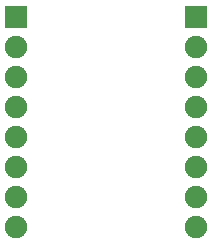
<source format=gbr>
G04 DipTrace 3.1.0.1*
G04 BottomMask.gbr*
%MOIN*%
G04 #@! TF.FileFunction,Soldermask,Bot*
G04 #@! TF.Part,Single*
%ADD28C,0.074929*%
%ADD30R,0.074929X0.074929*%
%FSLAX26Y26*%
G04*
G70*
G90*
G75*
G01*
G04 BotMask*
%LPD*%
D30*
X469000Y1169000D3*
D28*
Y1069000D3*
Y969000D3*
Y869000D3*
Y769000D3*
Y669000D3*
Y569000D3*
Y469000D3*
D30*
X1069000Y1169000D3*
D28*
Y1069000D3*
Y969000D3*
Y869000D3*
Y769000D3*
Y669000D3*
Y569000D3*
Y469000D3*
M02*

</source>
